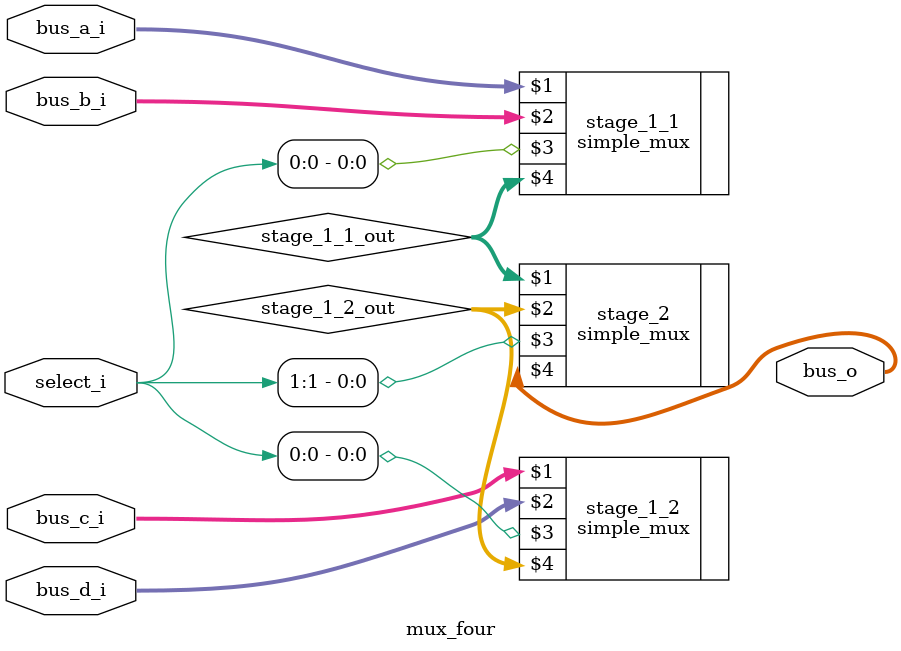
<source format=sv>
module mux_four #(bits = 3)
	(input logic[bits-1:0] bus_a_i, bus_b_i, bus_c_i, bus_d_i,
	 input logic[1:0] select_i,
	output logic[bits-1:0] bus_o);

	logic[bits-1:0] stage_1_1_out, stage_1_2_out;
	simple_mux #(bits) stage_1_1(bus_a_i, bus_b_i, select_i[0], stage_1_1_out);
	simple_mux #(bits) stage_1_2(bus_c_i, bus_d_i, select_i[0], stage_1_2_out);
	simple_mux #(bits) stage_2(stage_1_1_out, stage_1_2_out, select_i[1], bus_o);

endmodule

</source>
